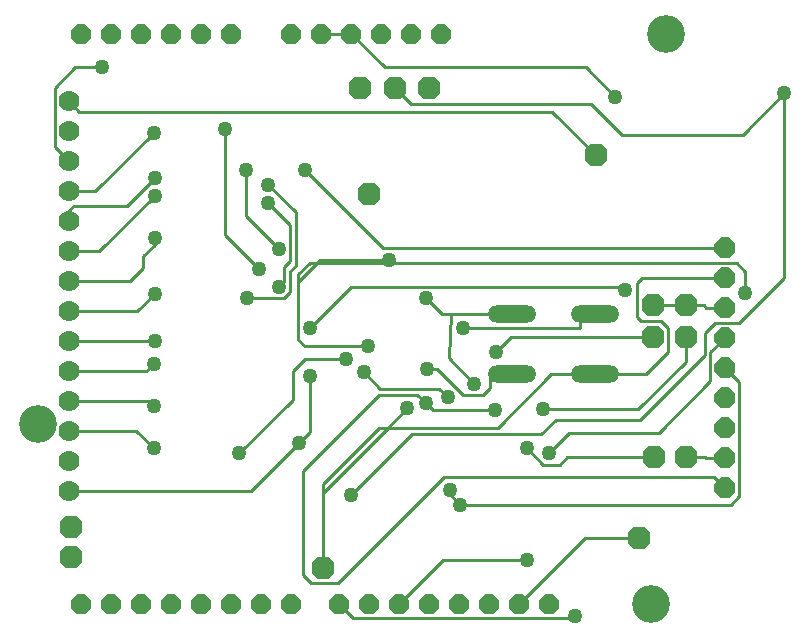
<source format=gbl>
%FSLAX44Y44*%
%MOMM*%
G71*
G01*
G75*
G04 Layer_Physical_Order=2*
G04 Layer_Color=16711680*
%ADD10R,0.9000X0.7000*%
%ADD11O,0.3000X2.1000*%
%ADD12O,2.1000X0.3000*%
%ADD13R,0.6500X1.0500*%
%ADD14R,0.7000X1.3000*%
%ADD15R,1.3000X0.7000*%
%ADD16O,0.7000X2.5000*%
%ADD17O,2.6000X0.7000*%
%ADD18R,0.7000X0.9000*%
%ADD19R,0.9000X0.7000*%
%ADD20R,3.5052X1.6002*%
%ADD21C,0.2540*%
%ADD22C,1.7780*%
%ADD23P,1.8145X8X202.5*%
%ADD24C,3.2004*%
%ADD25P,2.0895X8X112.5*%
%ADD26P,1.9245X8X202.5*%
%ADD27P,2.0895X8X22.5*%
%ADD28C,1.2700*%
%ADD29O,4.1000X1.4500*%
D21*
X552450Y844550D02*
X577850D01*
X833120Y614680D02*
X861060D01*
X876300D01*
X878370Y612610D01*
X894080D01*
X861060Y486410D02*
X877062D01*
X877862Y485610D01*
X894080D01*
X364490Y660400D02*
X411480Y707390D01*
X339090Y660400D02*
X364490D01*
X387858Y699008D02*
X411480Y722630D01*
X342900Y699008D02*
X387858D01*
X339090Y695198D02*
X342900Y699008D01*
X339090Y685800D02*
Y695198D01*
X326898Y748792D02*
X339090Y736600D01*
X326898Y748792D02*
Y798830D01*
X344170Y816102D01*
X366522D01*
X747776Y778764D02*
X784860Y741680D01*
X347726Y778764D02*
X747776D01*
X339090Y787400D02*
X347726Y778764D01*
X909525Y758952D02*
X944626Y794053D01*
X807212Y758952D02*
X909525D01*
X781050Y785114D02*
X807212Y758952D01*
X628396Y785114D02*
X781050D01*
X614680Y798830D02*
X628396Y785114D01*
X492760Y457200D02*
X533654Y498094D01*
X339090Y457200D02*
X492760D01*
X533654Y498094D02*
X542798Y507238D01*
Y554736D01*
X406908Y533400D02*
X410464Y529844D01*
X339090Y533400D02*
X406908D01*
X655828Y399288D02*
X726694D01*
X618490Y361950D02*
X655828Y399288D01*
X784300Y556260D02*
X827278D01*
X846074Y575056D01*
Y595630D01*
X839978Y601726D02*
X846074Y595630D01*
X822960Y601726D02*
X839978D01*
X820166Y604520D02*
X822960Y601726D01*
X820166Y604520D02*
Y633984D01*
X824192Y638010D01*
X894080D01*
X672592Y595820D02*
X771144D01*
Y607060D02*
X784300D01*
X640842Y620522D02*
X654304Y607060D01*
X395986Y508000D02*
X410464Y493522D01*
X339090Y508000D02*
X395986D01*
X404368Y558800D02*
X410464Y564896D01*
X339090Y558800D02*
X404368D01*
X747048Y556260D02*
X784300D01*
X701727Y510940D02*
X747048Y556260D01*
X553720Y463550D02*
X601110Y510940D01*
X553720Y392430D02*
Y455859D01*
X944626Y638048D02*
Y794053D01*
X906272Y599694D02*
X944626Y638048D01*
X885952Y599694D02*
X906272D01*
X877380Y591122D02*
X885952Y599694D01*
X877380Y572834D02*
Y591122D01*
X822198Y517652D02*
X877380Y572834D01*
X750813Y517652D02*
X822198D01*
X738689Y505528D02*
X750813Y517652D01*
X629074Y505528D02*
X738689D01*
X577596Y454050D02*
X629074Y505528D01*
X726440Y494030D02*
X740590Y479880D01*
X754380D01*
X760910Y486410D01*
X833882D01*
X720090Y361950D02*
X775970Y417830D01*
X821690D01*
X551688Y652780D02*
X609600D01*
X533146Y585470D02*
Y634238D01*
X538480Y580136D02*
X592074D01*
X488950Y690372D02*
X516636Y662686D01*
X488950Y690372D02*
Y729488D01*
X507746Y701368D02*
X526256Y682858D01*
Y652589D02*
Y682858D01*
X521208Y647541D02*
X526256Y652589D01*
X521208Y635000D02*
Y647541D01*
X516636Y630428D02*
X521208Y635000D01*
X507746Y716788D02*
X530796Y693738D01*
Y648049D02*
Y693738D01*
X526288Y643541D02*
X530796Y648049D01*
X526288Y626110D02*
Y643541D01*
X520954Y620776D02*
X526288Y626110D01*
X489712Y620776D02*
X520954D01*
X538480Y569214D02*
X573564D01*
X528320Y559054D02*
X538480Y569214D01*
X528320Y534924D02*
Y559054D01*
X482854Y489458D02*
X528320Y534924D01*
X533146Y585470D02*
X538480Y580136D01*
X533146Y640842D02*
X542544Y650240D01*
X904240D02*
X911352Y643128D01*
Y625348D02*
Y643128D01*
X881920Y575050D02*
X894080Y587210D01*
X881920Y550450D02*
Y575050D01*
X838454Y506984D02*
X881920Y550450D01*
X762508Y506984D02*
X838454D01*
X745236Y489712D02*
X762508Y506984D01*
X588264Y558038D02*
X602234Y544068D01*
X652272D01*
X659384Y536956D01*
X894080Y561810D02*
X906272Y549618D01*
X899160Y446024D02*
X906272Y453136D01*
X661162Y454660D02*
X669798Y446024D01*
X661162Y454660D02*
Y458470D01*
X906272Y453136D02*
Y549618D01*
X669798Y446024D02*
X899160D01*
X641870Y560820D02*
X650316D01*
X672370Y538766D01*
X689006D01*
X695070Y544830D01*
Y556260D02*
X714300D01*
X339090Y711200D02*
X360958D01*
X410464Y760706D01*
X339090Y635000D02*
X390398D01*
X401828Y646430D01*
Y656082D01*
X411480Y665734D01*
Y671911D01*
X396538Y609600D02*
X411480Y624542D01*
X339090Y609600D02*
X396538D01*
X410927Y584200D02*
X411480Y584753D01*
X339090Y584200D02*
X410927D01*
X470916Y674084D02*
Y764106D01*
Y674084D02*
X499919Y645081D01*
X776224Y816356D02*
X801370Y791210D01*
X606044Y816356D02*
X776224D01*
X577850Y844550D02*
X606044Y816356D01*
X660400Y569976D02*
X681990Y548386D01*
X660400Y569976D02*
X661924Y607060D01*
X740410Y526796D02*
X820928D01*
X861060Y566928D01*
Y588010D01*
X646938Y525780D02*
X699262D01*
X641096Y531622D02*
X646938Y525780D01*
X885152Y469138D02*
X894080Y460210D01*
X656336Y469138D02*
X885152D01*
X566674Y379476D02*
X656336Y469138D01*
X543560Y379476D02*
X566674D01*
X536956Y386080D02*
X543560Y379476D01*
X536956Y386080D02*
Y474726D01*
X601218Y538988D01*
X633730D01*
X641096Y531622D01*
X700024Y574802D02*
X713232Y588010D01*
X833120D01*
X807498Y630142D02*
X810006Y627634D01*
X577818Y630142D02*
X807498D01*
X542798Y595122D02*
X577818Y630142D01*
X539062Y729488D02*
X605140Y663410D01*
X894080D01*
X567690Y361950D02*
X579374Y350266D01*
X765810D01*
X766960Y351416D01*
X533146Y634238D02*
Y640842D01*
X542544Y650240D02*
X549148D01*
X904240D01*
X533146Y634238D02*
X549148Y650240D01*
X551688Y652780D01*
X695070Y544830D02*
Y556260D01*
X771144Y595820D02*
Y607060D01*
X654304D02*
X661924D01*
X714300D01*
X553720Y455859D02*
Y463550D01*
Y455859D02*
X608801Y510940D01*
X625301Y527440D01*
X601110Y510940D02*
X608801D01*
X701727D01*
D22*
X339090Y787400D02*
D03*
Y762000D02*
D03*
Y736600D02*
D03*
Y711200D02*
D03*
Y685800D02*
D03*
Y660400D02*
D03*
Y635000D02*
D03*
Y609600D02*
D03*
Y584200D02*
D03*
Y558800D02*
D03*
Y533400D02*
D03*
Y508000D02*
D03*
Y482600D02*
D03*
Y457200D02*
D03*
D23*
X450850Y361950D02*
D03*
X476250Y844550D02*
D03*
X425450Y361950D02*
D03*
X400050D02*
D03*
X374650D02*
D03*
X349250D02*
D03*
X476250D02*
D03*
X501650D02*
D03*
X527050D02*
D03*
X567690D02*
D03*
X593090D02*
D03*
X618490D02*
D03*
X643890D02*
D03*
X669290D02*
D03*
X694690D02*
D03*
X720090D02*
D03*
X745490D02*
D03*
X450850Y844550D02*
D03*
X425450D02*
D03*
X400050D02*
D03*
X374650D02*
D03*
X349250D02*
D03*
X527050D02*
D03*
X552450D02*
D03*
X577850D02*
D03*
X603250D02*
D03*
X628650D02*
D03*
X654050D02*
D03*
D24*
X831850Y361950D02*
D03*
X312850Y514350D02*
D03*
X844550Y844550D02*
D03*
D25*
X861060Y486410D02*
D03*
Y588010D02*
D03*
X833120D02*
D03*
X340360Y401320D02*
D03*
X861060Y614680D02*
D03*
X833120D02*
D03*
X614680Y798830D02*
D03*
D26*
X894080Y460210D02*
D03*
Y485610D02*
D03*
Y511010D02*
D03*
Y536410D02*
D03*
Y561810D02*
D03*
Y587210D02*
D03*
Y612610D02*
D03*
Y638010D02*
D03*
Y663410D02*
D03*
D27*
X833882Y486410D02*
D03*
X593090Y708660D02*
D03*
X784860Y741680D02*
D03*
X340360Y426720D02*
D03*
X553720Y392430D02*
D03*
X821690Y417830D02*
D03*
X585470Y798830D02*
D03*
X643890D02*
D03*
D28*
X411480Y707390D02*
D03*
Y722630D02*
D03*
X366522Y816102D02*
D03*
X533654Y498094D02*
D03*
X542798Y554736D02*
D03*
X410464Y529844D02*
D03*
X726694Y399288D02*
D03*
X672592Y595820D02*
D03*
X640842Y620522D02*
D03*
X410464Y493522D02*
D03*
Y564896D02*
D03*
X625301Y527440D02*
D03*
X944626Y794053D02*
D03*
X577596Y454050D02*
D03*
X726440Y494030D02*
D03*
X609600Y652780D02*
D03*
X516636Y662686D02*
D03*
X488950Y729488D02*
D03*
X507746Y701368D02*
D03*
X516636Y630428D02*
D03*
X507746Y716788D02*
D03*
X489712Y620776D02*
D03*
X573564Y569214D02*
D03*
X482854Y489458D02*
D03*
X592074Y580136D02*
D03*
X911352Y625348D02*
D03*
X745236Y489712D02*
D03*
X588264Y558038D02*
D03*
X659384Y536956D02*
D03*
X661162Y458470D02*
D03*
X669798Y446024D02*
D03*
X641870Y560820D02*
D03*
X410464Y760706D02*
D03*
X411480Y671911D02*
D03*
Y624542D02*
D03*
Y584753D02*
D03*
X470916Y764106D02*
D03*
X499919Y645081D02*
D03*
X801370Y791210D02*
D03*
X681990Y548386D02*
D03*
X740410Y526796D02*
D03*
X699262Y525780D02*
D03*
X641096Y531622D02*
D03*
X700024Y574802D02*
D03*
X810006Y627634D02*
D03*
X542798Y595122D02*
D03*
X539062Y729488D02*
D03*
X766960Y351416D02*
D03*
D29*
X714300Y556260D02*
D03*
Y607060D02*
D03*
X784300Y556260D02*
D03*
Y607060D02*
D03*
M02*

</source>
